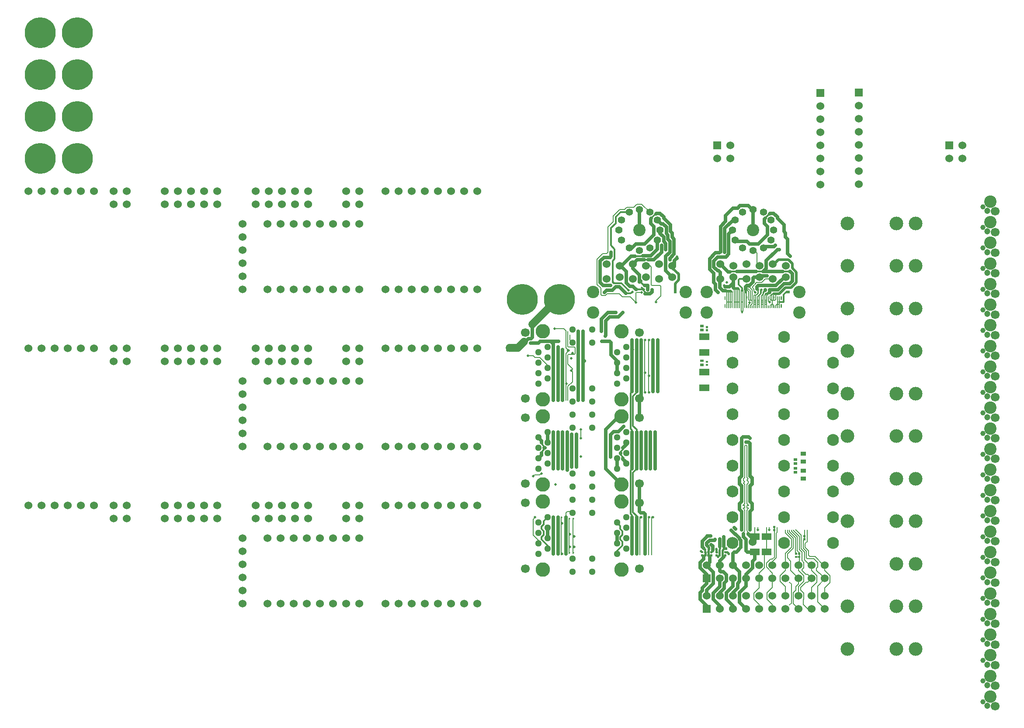
<source format=gbr>
G04 start of page 2 for group 0 idx 0 *
G04 Title: (unknown), top *
G04 Creator: pcb 4.2.0 *
G04 CreationDate: Tue Jul 14 02:55:31 2020 UTC *
G04 For: commonadmin *
G04 Format: Gerber/RS-274X *
G04 PCB-Dimensions (mil): 24000.00 18000.00 *
G04 PCB-Coordinate-Origin: lower left *
%MOIN*%
%FSLAX25Y25*%
%LNTOP*%
%ADD43C,0.1870*%
%ADD42C,0.0354*%
%ADD41C,0.0630*%
%ADD40C,0.0380*%
%ADD39C,0.0886*%
%ADD38C,0.0295*%
%ADD37C,0.0492*%
%ADD36C,0.0197*%
%ADD35C,0.0787*%
%ADD34C,0.0350*%
%ADD33C,0.0118*%
%ADD32C,0.0100*%
%ADD31C,0.0240*%
%ADD30C,0.0551*%
%ADD29C,0.2362*%
%ADD28C,0.0512*%
%ADD27C,0.1102*%
%ADD26C,0.0906*%
%ADD25C,0.0001*%
%ADD24C,0.1043*%
%ADD23C,0.0472*%
%ADD22C,0.0669*%
%ADD21C,0.0394*%
%ADD20C,0.0945*%
%ADD19C,0.0600*%
%ADD18C,0.0130*%
%ADD17C,0.0140*%
%ADD16C,0.0180*%
%ADD15C,0.0200*%
%ADD14C,0.0160*%
%ADD13C,0.0120*%
%ADD12C,0.0250*%
%ADD11C,0.0060*%
G54D11*X620500Y331000D02*X623500Y334000D01*
X625000D01*
Y329500D02*Y332000D01*
Y334000D02*X626500Y335500D01*
X625000Y332000D02*X628000Y335000D01*
X635000Y325500D02*Y338500D01*
X639000Y325500D02*Y332500D01*
X645000Y325500D02*Y329500D01*
X645500Y330000D01*
Y335776D02*X643000D01*
Y338138D02*X642500Y338638D01*
X645500Y330000D02*Y339000D01*
X644000Y340500D01*
X635000Y338500D02*X639500Y343000D01*
X636500Y338000D02*X641000Y342500D01*
Y350000D01*
X639000Y332500D02*X636500Y335000D01*
Y338000D01*
X639500Y343000D02*Y349500D01*
X642500Y350500D02*Y338638D01*
X644000Y340500D02*Y351000D01*
X645500Y341500D02*Y351500D01*
X647000Y342000D02*Y352500D01*
X648500Y342500D02*Y348138D01*
X649500Y349138D01*
X650000Y343000D02*Y346000D01*
X651500Y347500D01*
X638000Y355000D02*X642500Y350500D01*
X644000Y351000D02*X639500Y355500D01*
Y349500D02*X635000Y354000D01*
X641000Y350000D02*X636500Y354500D01*
X645500Y351500D02*X641000Y356000D01*
X647000Y352500D02*X643000Y356500D01*
X635000Y354000D02*Y356500D01*
X636500Y354500D02*Y356500D01*
X638000Y355000D02*Y356500D01*
X639500Y355500D02*Y356500D01*
X641000Y356000D02*Y356500D01*
X649500Y349138D02*Y356500D01*
X651500Y347500D02*Y356500D01*
X642500D02*X643000D01*
G54D12*X608000D02*Y370500D01*
X609500Y372000D01*
Y376500D01*
X601500Y370500D02*Y356500D01*
Y370500D02*X600000Y372000D01*
Y376500D02*Y372000D01*
G54D11*X605500Y356000D02*Y371500D01*
X604000Y356000D02*Y371500D01*
Y373000D02*Y375000D01*
X602500D01*
X604000Y376500D01*
G54D12*X608000Y378000D02*Y390000D01*
G54D11*X605500Y376500D02*Y391000D01*
X604000Y376500D02*Y391000D01*
G54D12*X601500Y390000D02*Y378000D01*
Y390000D02*X600000Y391500D01*
G54D11*X604000Y391000D02*X603000Y392000D01*
X604000Y393000D01*
X603000Y394000D01*
G54D12*X600000Y396000D02*Y391500D01*
Y396000D02*X601500Y397500D01*
G54D11*X603000Y395500D02*X604000Y396500D01*
X603000Y394000D02*Y395500D01*
G54D12*X608000Y390000D02*X609500Y391500D01*
G54D11*X605500Y391000D02*X606500Y392000D01*
G54D12*X609500Y391500D02*Y396000D01*
X608000Y397500D01*
G54D11*X606500Y395500D02*X605500Y396500D01*
X606500Y395500D02*X605500Y394500D01*
X606500Y393500D01*
Y392000D01*
G54D12*X601500Y397500D02*Y426500D01*
X608000Y397500D02*Y422500D01*
G54D11*X604000Y420500D02*X604500Y421000D01*
X605000D01*
X605500Y420500D01*
G54D12*X601500Y426500D02*X602500Y427500D01*
X607000D01*
X608000Y426500D01*
Y422500D02*X607000Y423500D01*
X605000D01*
G54D11*X604000Y396500D02*Y420500D01*
X605500Y396500D02*Y420500D01*
G54D12*X609500Y376500D02*X608000Y378000D01*
X600000Y376500D02*X601500Y378000D01*
G54D11*X605500Y371500D02*X607000Y373000D01*
X605500D01*
Y375000D01*
X607000D01*
X605500Y376500D01*
X604000Y371500D02*X602500Y373000D01*
X604000D01*
G54D12*X575000Y322300D02*X570000Y327300D01*
X575000Y329000D02*X580000Y324000D01*
Y315500D01*
X575000Y322300D02*Y315500D01*
X570000Y327300D02*Y331500D01*
X577300Y331800D02*X575000Y329500D01*
X570000Y331500D02*X572500Y334000D01*
X575000Y329500D02*Y329000D01*
Y306000D02*Y310500D01*
Y296000D02*Y298500D01*
X580000Y315500D02*X575000Y310500D01*
X570000Y308500D02*X571500Y310000D01*
Y312000D01*
X575000Y315500D01*
Y298500D02*X570000Y303500D01*
Y308500D01*
X580000Y303500D02*Y308000D01*
X585000Y296000D02*Y298500D01*
X580000Y303500D01*
X595000Y296000D02*Y298500D01*
X588250Y315750D02*X590000Y317500D01*
Y322000D01*
X587500Y324500D01*
X585000Y325000D02*X585500Y324500D01*
X587500D01*
X585000Y319500D02*Y313000D01*
Y306000D02*Y308500D01*
X580000Y308000D02*X585000Y313000D01*
Y308500D02*X588250Y311750D01*
Y315750D01*
X595000Y298500D02*X590000Y303500D01*
Y308500D01*
X595000Y306000D02*Y308500D01*
X600000D02*Y301000D01*
X605000Y296000D01*
X590000Y308500D02*X595000Y313500D01*
Y319500D01*
Y308500D02*X598500Y312000D01*
Y315500D01*
X600000Y317000D01*
X605000Y322500D02*Y313500D01*
X600000Y308500D01*
Y317000D02*Y324500D01*
X595000Y329500D01*
X605000Y340500D02*X606000Y339500D01*
X605000Y349000D02*Y340500D01*
X603000Y351000D02*X605000Y349000D01*
X603000Y353500D02*Y351000D01*
X601000Y348500D02*X600000Y349500D01*
Y350000D01*
X597000Y353000D01*
Y357000D02*X596000Y358000D01*
X597000Y353000D02*X596500D01*
X593500Y356000D01*
X601000Y348500D02*Y343000D01*
X597500Y339500D01*
X596000D01*
X595000Y338500D01*
Y329500D01*
G54D11*X606000Y355000D02*X606500Y354500D01*
X603500Y355000D02*X603000Y354500D01*
X603500Y355500D02*Y355000D01*
X604000Y356000D02*X603500Y355500D01*
X606000D02*Y355000D01*
X605500Y356000D02*X606000Y355500D01*
G54D12*X608190Y351310D02*X606500Y353000D01*
Y353500D01*
X611500Y351310D02*X608190D01*
X610000Y347000D02*X611500Y348500D01*
Y351310D01*
G54D11*Y358500D01*
X614000Y356500D02*Y358500D01*
X620500Y339500D02*Y358500D01*
X622500Y356500D02*Y358500D01*
X626500Y335500D02*Y358500D01*
X628000Y335000D02*Y354000D01*
X628500Y354500D01*
Y358500D01*
X576100Y337000D02*X576600D01*
G54D13*X576100Y339362D02*Y337000D01*
G54D11*X576600D02*X577300Y336300D01*
X571500Y337000D02*X572500Y336000D01*
X573800Y337000D02*X573500D01*
X572500Y336000D01*
G54D12*Y334000D02*Y336000D01*
G54D11*X578400Y337000D02*X578100D01*
G54D13*X578400D02*X578300D01*
G54D11*X578100D02*X577300Y336200D01*
G54D13*X578300Y337000D02*X577300Y336000D01*
G54D12*Y331800D01*
G54D14*X576100Y339400D02*Y337000D01*
G54D12*X588000Y335900D02*Y335700D01*
G54D13*X589100Y337000D02*X588000Y335900D01*
X586900Y337000D02*X588000Y335900D01*
G54D12*X585000Y332900D02*X588000Y335900D01*
G54D13*X584700Y337000D02*X583600Y335900D01*
G54D12*X585000Y325000D02*Y332900D01*
G54D14*X576100Y339362D02*Y339900D01*
X576500Y341800D02*X576200Y341500D01*
Y340300D01*
X576100Y340200D01*
Y339800D01*
X578400Y339362D02*X579500Y340462D01*
Y341000D01*
G54D12*X578400Y345200D02*X579500Y344100D01*
Y341100D01*
G54D14*X576500Y341800D02*Y342200D01*
G54D15*Y341800D02*Y343000D01*
X575600Y343900D01*
G54D13*X582500Y337000D02*X583600Y335900D01*
G54D14*X582500Y339362D02*X582400Y339462D01*
Y341700D01*
G54D16*X582300Y341600D01*
Y339400D01*
X582400Y339300D01*
G54D13*X584700Y339362D02*Y337000D01*
G54D17*Y341000D02*X584800Y341100D01*
G54D18*X584700Y339400D02*Y341000D01*
G54D14*Y337000D02*Y340800D01*
X591500Y338000D02*Y338500D01*
X590638Y339362D01*
X589100D01*
X588000Y342000D02*X589700D01*
X586900Y340900D02*X588000Y342000D01*
G54D17*X584800Y341100D02*Y342400D01*
G54D14*Y342700D01*
G54D16*Y343100D01*
G54D14*Y342800D02*Y343900D01*
G54D12*Y349300D01*
G54D13*X586900Y337000D02*Y339362D01*
G54D14*Y337000D02*Y339400D01*
Y339300D02*Y340900D01*
G54D17*X589700Y342000D02*X588000Y343700D01*
G54D12*Y351000D01*
G54D13*X573800Y339362D02*Y337000D01*
G54D14*Y339300D01*
X573700Y341000D02*Y341300D01*
G54D17*X571500Y339300D02*X570700Y340100D01*
X570600D01*
G54D16*X573700Y341000D02*Y341500D01*
X572700Y342500D01*
X572500D01*
G54D12*X571600Y343400D01*
Y347800D01*
X575000Y351200D01*
X574800Y351000D02*X575400Y351600D01*
X575500Y344000D02*X574800Y344700D01*
Y346400D01*
Y346300D02*X575000D01*
X577100Y348400D01*
X580800D01*
X581400Y349000D01*
X575400Y351600D02*X578000D01*
G54D11*X619000Y327500D02*Y338000D01*
X620500Y339500D01*
G54D12*X610000Y332500D02*X611500Y334000D01*
Y339500D01*
G54D11*X620500Y328000D02*Y331000D01*
X615000Y323500D02*X619000Y327500D01*
G54D12*X605000Y322500D02*X610000Y327500D01*
Y332500D01*
X606000Y339500D02*X611500D01*
G54D11*X615000Y323500D02*Y312000D01*
X625000Y312500D02*Y323500D01*
X620500Y328000D01*
X615000Y312000D02*X611000Y308000D01*
Y303500D01*
X615000Y299500D01*
Y296000D01*
X625000D02*Y299500D01*
X621000Y303500D01*
Y308500D01*
X625000Y312500D01*
X635000Y306000D02*Y313000D01*
X631000Y317000D01*
Y321500D01*
X635000Y325500D01*
X645000Y319500D02*X639000Y325500D01*
X649000Y317000D02*Y321500D01*
X645000Y325500D01*
X638000Y316500D02*X639500Y315000D01*
X645000Y313000D02*X649000Y317000D01*
X645000Y319500D02*Y315000D01*
X643000Y313000D01*
X650500Y322500D02*X647500Y325500D01*
X645000Y306000D02*Y313000D01*
X643000D02*Y310500D01*
X649000Y308000D02*X646500Y310500D01*
Y312500D01*
X650500Y316500D01*
X643000Y310500D02*X641000Y308500D01*
Y300000D01*
X639500Y315000D02*Y300500D01*
X638000Y299000D01*
X641000Y300000D02*X645000Y296000D01*
X655000D02*X652000D01*
X648500Y299500D01*
Y303000D01*
X665000Y296000D02*X659500Y301500D01*
X648500Y303000D02*X649000Y303500D01*
Y308000D01*
X659500Y301500D02*Y313500D01*
X665000Y306000D02*Y312000D01*
X652000Y316500D02*X650500D01*
X665000Y319500D02*Y319000D01*
X659500Y313500D02*X665000Y319000D01*
Y312000D02*X669000Y316000D01*
Y321500D01*
X655000Y306000D02*Y312500D01*
X659000Y316500D01*
Y321500D01*
X655000Y325500D01*
Y319500D02*X653500D01*
X655000D02*X652000Y316500D01*
X655000Y319500D02*X652000Y322500D01*
X650500D01*
X653500Y329500D02*X649500Y333500D01*
X656500Y334500D02*X651500D01*
X651000Y335000D01*
X657500Y336000D02*X653500D01*
X652500Y337000D01*
X660500Y323500D02*X658500Y325500D01*
X660500Y323500D02*X661000D01*
X665000Y319500D01*
X669000Y321500D02*X665000Y325500D01*
X655000D02*Y329500D01*
X653500D01*
X658500Y325500D02*Y327000D01*
X665000Y325500D02*Y329500D01*
X664000D01*
X658500Y327000D02*X659500Y328000D01*
Y331500D01*
X656500Y334500D01*
X664000Y329500D02*X657500Y336000D01*
X647500Y325500D02*Y326000D01*
X649000Y327500D01*
Y331500D01*
X647500Y333000D01*
Y339500D01*
X645500Y341500D01*
X649500Y333500D02*Y339500D01*
X647000Y342000D01*
X651000Y335000D02*Y340000D01*
X648500Y342500D01*
X652500Y340500D02*X650000Y343000D01*
X652500Y337000D02*Y340500D01*
G54D12*X477000Y455500D02*Y508000D01*
X480500D02*Y455500D01*
X481500Y485500D02*X480500Y486500D01*
Y487000D01*
X481500Y485500D02*X480500Y484500D01*
Y484000D01*
G54D11*X474500Y491000D02*Y495500D01*
X474000Y496000D01*
X469500D01*
X469000Y496500D01*
Y508000D01*
X472500Y491500D02*X471500Y490500D01*
X471000D01*
X472500Y491500D02*X473500Y490500D01*
X474000D01*
X472480Y499504D02*X470500Y501484D01*
Y505000D01*
X471000Y505500D01*
G54D12*X501000Y500500D02*X495000D01*
G54D17*X423000Y493500D02*X424500Y495000D01*
G54D19*Y495500D02*X431000D01*
X435500Y500000D01*
G54D17*X424500Y495000D02*Y495500D01*
G54D12*X448000Y500500D02*X446500Y499000D01*
X458000Y498500D02*X456000Y500500D01*
X448000D02*X456000D01*
X462000D02*X455500D01*
X458000Y497000D02*Y500500D01*
X446500Y499000D02*X440500D01*
X442000Y503500D02*X440750Y502250D01*
X438750D01*
X437000Y500500D01*
G54D11*X471500Y478000D02*X472500Y479000D01*
Y479500D01*
X469000Y483000D01*
X471500Y487500D02*X471000D01*
X469000Y483000D02*Y490000D01*
X469500Y490500D01*
X474000D01*
X474500Y491000D01*
G54D12*X458000Y455500D02*Y498500D01*
X461500Y455500D02*Y496000D01*
X465000Y455500D02*Y494000D01*
G54D11*X467500Y495500D02*Y508500D01*
X466000Y510000D01*
X469000Y466000D02*X472500Y469500D01*
X469000Y455500D02*Y466000D01*
X468000Y468000D02*X467500Y468500D01*
X468000Y468000D02*X467500Y467500D01*
Y466500D01*
X471500Y478000D02*X472500Y477000D01*
X467500Y468500D02*Y469000D01*
Y455500D02*Y491000D01*
X468500Y494500D02*X467500Y495500D01*
X468500Y492000D02*Y494500D01*
X467500Y491000D02*X468500Y492000D01*
X469500Y493500D02*X468500Y492500D01*
Y492000D01*
X469500Y493500D02*X468000Y495000D01*
G54D19*X457783Y532283D02*X462598D01*
G54D11*X466000Y510000D02*X459000D01*
G54D19*X462598Y532283D02*X460783D01*
X442000Y513500D02*X460000Y531500D01*
X462500D01*
G54D12*X442000Y513500D02*Y503500D01*
G54D11*X438500Y489500D02*X442500D01*
X444000Y488000D01*
X447500D01*
X453543Y481957D01*
G54D12*X494500Y508000D02*Y517500D01*
X499500Y522500D01*
X497500Y504500D02*X498000Y505000D01*
Y516000D01*
X501000Y519000D01*
X518000Y501500D02*Y462000D01*
X521500Y501500D02*Y462000D01*
G54D13*Y461300D02*Y463400D01*
G54D11*X527500Y461500D02*Y501500D01*
Y473000D02*Y473500D01*
Y472000D02*Y471500D01*
X530500Y461500D02*Y501500D01*
Y470500D02*Y471000D01*
Y469500D02*Y469000D01*
G54D12*X534000Y501500D02*Y462000D01*
X537500D02*Y501500D01*
X525000D02*Y458283D01*
X502000Y499500D02*X501000Y500500D01*
X506457Y483992D02*Y475961D01*
Y484043D02*Y485543D01*
X502000Y490000D01*
Y499500D01*
X506457Y475961D02*X506496Y476000D01*
X499500Y522500D02*X505500D01*
X501000Y519000D02*X507500D01*
X511000Y522500D01*
X498622Y539567D02*X496850Y537795D01*
X502953Y539567D02*X498622D01*
G54D11*X494094Y536220D02*Y540945D01*
X494882Y535433D02*X494094Y536220D01*
X497638Y535433D02*X494882D01*
X498819Y536614D02*X497638Y535433D01*
X508268Y536614D02*X498819D01*
G54D12*X505512Y542126D02*X503150Y539764D01*
X513386Y537008D02*X508268Y542126D01*
G54D17*X515354Y539370D02*X509843Y544882D01*
G54D11*X510630Y534252D02*X508268Y536614D01*
X516535Y534252D02*X510630D01*
X520866Y529921D02*X516535Y534252D01*
G54D17*X516929Y537008D02*X513386D01*
X518110Y538189D02*X516929Y537008D01*
G54D11*X520866Y537402D02*Y529921D01*
G54D12*Y540157D02*X518504Y542520D01*
X521260Y540157D02*X520866D01*
G54D11*X521260Y537795D02*X520866Y537402D01*
X536220Y531496D02*Y530315D01*
X539764Y535039D02*X536220Y531496D01*
X539764Y542520D02*Y535039D01*
G54D13*X525787Y540748D02*X525591Y540945D01*
X526181Y540748D02*X525787D01*
Y541142D02*X525394Y541535D01*
X525984Y540945D02*X526772Y540157D01*
X525984D02*X522047D01*
X528346Y537795D02*X525984Y540157D01*
X526772D02*X527165D01*
G54D12*X529921Y542913D02*X527559D01*
X529921Y539764D02*Y542913D01*
X531496Y536614D02*X527953D01*
G54D13*X528346D02*Y537795D01*
G54D12*X533071Y538189D02*X531496Y536614D01*
X533071Y539764D02*Y538189D01*
G54D11*X525197Y537795D02*X521260D01*
X472500Y477000D02*Y469500D01*
G54D12*X472000Y404500D02*Y429500D01*
X475500D02*Y404500D01*
G54D17*X451000Y420000D02*Y418000D01*
G54D12*Y419000D02*X451484D01*
X451492Y418992D01*
G54D11*X453543Y479976D02*Y481957D01*
X479000Y426500D02*Y433000D01*
G54D12*X506457Y402929D02*Y410961D01*
G54D17*X509500Y416500D02*X511500Y418500D01*
X509500Y416500D02*Y413500D01*
X511500Y411500D01*
G54D12*X509100Y415100D02*Y414900D01*
X513543Y407957D02*X511000Y410500D01*
Y411000D01*
X501500Y412000D02*Y429000D01*
X504000Y431500D01*
X507500D01*
X511500Y435500D01*
X507969Y442969D02*X498000Y433000D01*
Y403000D01*
X513543Y423008D02*Y421543D01*
X518000Y431000D02*Y403000D01*
X521500Y431000D02*Y403000D01*
X525000D02*Y431000D01*
X528500D02*Y403000D01*
X532000D02*Y431000D01*
X535500D02*Y403000D01*
G54D13*X518600Y400100D02*X521500Y403000D01*
G54D12*X513543Y421543D02*X511000Y419000D01*
G54D13*X516800Y433700D02*X518000Y432500D01*
Y431000D01*
G54D12*X510000Y442969D02*X507969D01*
G54D13*X516800Y442900D02*Y442700D01*
X518700Y458500D02*X521500Y461300D01*
X516800Y460800D02*X518000Y462000D01*
X516800Y460800D02*Y433700D01*
X518700Y458500D02*Y435800D01*
X521500Y433000D01*
Y431000D01*
G54D12*X525000Y458283D02*X523504Y456787D01*
Y442181D01*
X458000Y431000D02*Y403000D01*
X461500Y431000D02*Y403000D01*
X465000Y431000D02*Y403000D01*
X468500D02*Y431000D01*
X453543Y423008D02*Y431039D01*
X468500Y402000D02*Y404500D01*
G54D17*X449500Y421500D02*X451000Y420000D01*
X449500Y421500D02*Y423000D01*
G54D12*X446457Y427024D02*X449000Y424480D01*
Y423000D01*
G54D17*X451000Y418000D02*X449500Y416500D01*
Y415000D01*
G54D12*X446457Y410961D02*X449000Y413504D01*
Y415000D01*
G54D11*Y399500D02*X448500D01*
X447500Y398500D01*
X443500D01*
X442500Y397500D01*
G54D12*X513543Y406945D02*Y407957D01*
G54D13*X516800Y391100D02*Y390900D01*
X518600Y391100D02*Y390900D01*
X516800Y391000D02*Y401800D01*
X518000Y403000D01*
X518600Y391000D02*Y400100D01*
G54D12*X498000Y403000D02*X510000Y391000D01*
X461500Y366000D02*Y338000D01*
G54D11*X464000Y366500D02*Y337500D01*
X464500Y338000D02*X464000Y338500D01*
Y339500D01*
X464500Y338000D02*X464000Y337500D01*
Y361000D02*Y360500D01*
G54D12*X458000Y366000D02*Y338000D01*
G54D11*X464000Y365500D02*Y364500D01*
X464500Y361500D02*X464000Y362000D01*
Y362500D01*
X464500Y361500D02*X464000Y361000D01*
X464500Y366000D02*X464000Y366500D01*
X464500Y366000D02*X464000Y365500D01*
X473500Y365000D02*X473000Y365500D01*
X473500Y365000D02*X473000Y364500D01*
Y364000D01*
G54D12*X453543Y358008D02*Y349976D01*
G54D13*Y341945D02*Y344457D01*
X449000Y349000D01*
Y351000D01*
X450500Y352500D01*
G54D11*X446457Y345961D02*Y348543D01*
X442500Y352500D01*
G54D13*X450500D02*Y355500D01*
X449000Y357000D01*
Y359000D01*
X450500Y360500D01*
G54D11*X442500Y352500D02*Y364500D01*
X444000Y366000D01*
G54D13*X450500Y360500D02*Y362996D01*
X453543Y366039D01*
G54D12*X467500Y338000D02*Y366000D01*
G54D11*X470500Y339000D02*X470000Y338500D01*
X470500Y339000D02*X470000Y339500D01*
X470500Y343500D02*X470000Y344000D01*
X470500Y353000D02*X470000Y353500D01*
Y354000D01*
X470500Y353000D02*X470000Y352500D01*
Y352000D01*
X467500Y366000D02*Y369500D01*
X468500Y370500D01*
X471484D02*X468500D01*
X470000Y338500D02*Y365500D01*
X470500Y365000D02*X470000Y365500D01*
X470500Y365000D02*X470000Y364500D01*
Y364000D01*
X473000Y365500D02*Y338500D01*
X474000Y351500D02*X473000Y352500D01*
Y353000D01*
X474000Y351500D02*X473000Y350500D01*
Y350000D01*
X474000Y343500D02*X473000Y342500D01*
X473500Y339000D02*X473000Y338500D01*
X473500Y339000D02*X473000Y339500D01*
Y340000D01*
X470000Y339500D02*Y340000D01*
Y344000D02*Y344500D01*
X470500Y343500D02*X470000Y343000D01*
X474000Y343500D02*X473000Y344500D01*
Y345000D01*
X472480Y369504D02*X471484Y370500D01*
G54D12*X518000Y366000D02*Y338000D01*
X521500Y366000D02*Y338000D01*
G54D11*X524000Y366500D02*Y337500D01*
X530500Y366000D02*Y337500D01*
X533000Y366000D02*Y337500D01*
Y366500D02*Y365000D01*
Y365500D02*Y365000D01*
G54D13*X521500Y367000D02*Y366000D01*
G54D12*X528000Y338000D02*Y368500D01*
G54D11*X525000Y366000D02*X524000Y365000D01*
Y364500D01*
X525000Y366000D02*X524500D01*
X524000Y366500D01*
X531000Y366000D02*X530500Y366500D01*
Y365000D01*
Y365500D01*
X531000Y366000D01*
X534000D02*X533500D01*
X533000Y366500D01*
X533500Y366000D02*X533000Y365500D01*
G54D12*X506457Y345961D02*Y353992D01*
G54D13*X510500Y347500D02*X509000Y349000D01*
Y351000D01*
X510500Y352500D01*
X506457Y337929D02*Y340457D01*
X510500Y344500D01*
Y347500D01*
Y352500D02*Y355500D01*
X509000Y357000D01*
Y359480D01*
X506457Y362024D01*
X516800Y391100D02*Y368700D01*
X518000Y367500D01*
Y366000D01*
X518600Y391900D02*Y369900D01*
X521500Y367000D01*
G54D12*X528000Y368500D02*X527000Y369500D01*
X524500D01*
X523500Y370500D01*
Y377177D01*
X523504Y377181D01*
Y391787D01*
X517913Y571850D02*X515748D01*
X520866Y574803D02*X517913Y571850D01*
X527559Y574803D02*X520866D01*
G54D11*X499606Y587795D02*Y568504D01*
G54D17*X501969Y573622D02*Y587008D01*
X504724Y570866D02*X501969Y573622D01*
G54D12*X534646Y581890D02*X527559Y574803D01*
X534646Y588189D02*Y581890D01*
X526378Y565748D02*X532283D01*
G54D17*X526378D02*X525984Y565354D01*
G54D12*X530315Y562598D02*X534646D01*
G54D11*X531834Y557930D02*X528610D01*
G54D12*X532283Y590551D02*X534646Y588189D01*
X532283Y593898D02*Y590551D01*
X532677Y594291D02*X532283Y593898D01*
G54D17*X536024Y597638D02*X532677Y594291D01*
X536220Y597638D02*X536024D01*
G54D12*X536614Y598031D02*X536220Y597638D01*
X539370Y598031D02*X536614D01*
X539370D02*X542126Y595276D01*
Y594488D02*X547244Y589370D01*
X542126Y595276D02*Y594488D01*
X544094Y587795D02*X541732Y590157D01*
X540354D02*X537402Y593110D01*
X541732Y590157D02*X540354D01*
X539370Y582677D02*Y585433D01*
X542126Y579921D02*X539370Y582677D01*
X542126Y576772D02*Y579921D01*
X547244Y584252D02*Y589370D01*
X548425Y583071D02*X547244Y584252D01*
X548425Y579921D02*Y583071D01*
X550000Y578346D02*X548425Y579921D01*
X544094Y582677D02*Y587795D01*
X545276Y581496D02*X544094Y582677D01*
X545276Y578346D02*Y581496D01*
X546850Y576772D02*X545276Y578346D01*
G54D11*X503543Y591732D02*X499606Y587795D01*
G54D17*X501969Y587008D02*X505512Y590551D01*
G54D11*X503543Y596063D02*Y591732D01*
G54D17*X505512Y590551D02*Y595276D01*
G54D11*X508661Y601181D02*X503543Y596063D01*
X512205Y601181D02*X508661D01*
X513780Y602756D02*X512205Y601181D01*
G54D12*X523622D02*Y585433D01*
G54D11*X519291Y602756D02*X513780D01*
X521654Y605118D02*X519291Y602756D01*
X525394Y605118D02*X521654D01*
X531496Y599016D02*X525394Y605118D01*
G54D17*X509252Y599016D02*X515748D01*
X505512Y595276D02*X509252Y599016D01*
X527559Y562598D02*X529921D01*
G54D12*X527165D02*X521779D01*
X509898Y557930D02*X508610D01*
X517323Y565354D02*X509898Y557930D01*
X520079Y565354D02*X517323D01*
G54D17*X525984D02*X520079D01*
G54D12*X518610Y559430D02*X521779Y562598D01*
X523622Y546457D02*X524409D01*
G54D13*X527165Y542913D02*X523622Y546457D01*
G54D12*Y551181D02*Y545669D01*
X518610Y556193D02*Y559430D01*
X523622Y551181D02*X518610Y556193D01*
G54D11*X491339Y562992D02*Y543701D01*
G54D12*X493701Y561811D02*Y545276D01*
G54D11*X494094Y540945D02*X491339Y543701D01*
G54D12*X508268Y542126D02*X505512D01*
X496063Y542913D02*X501575D01*
X493701Y545276D02*X496063Y542913D01*
G54D17*X509843Y544882D02*X503937D01*
G54D11*X495669Y567323D02*X491339Y562992D01*
G54D12*X496457Y564567D02*X493701Y561811D01*
G54D11*X498425Y567323D02*X495669D01*
X499606Y568504D02*X498425Y567323D01*
G54D17*X504724Y563386D02*Y570866D01*
X503150Y561811D02*X504724Y563386D01*
G54D12*X501181Y564567D02*X496457D01*
G54D17*X503150Y545669D02*Y561811D01*
X503937Y544882D02*X503150Y545669D01*
G54D12*X551969Y563780D02*X550394Y562205D01*
X552362Y563780D02*X551969D01*
G54D17*X552362Y564961D02*Y563780D01*
G54D12*X550394Y559713D02*Y562205D01*
X548610Y557930D02*X550394Y559713D01*
G54D15*X548610Y557930D02*Y556508D01*
G54D12*X550000Y566929D02*Y578346D01*
X546850Y563780D02*X550000Y566929D01*
X546850Y568504D02*Y576772D01*
Y562598D02*Y563780D01*
X543701Y554339D02*Y565354D01*
X546850Y568504D01*
X534646Y562598D02*X540551Y568504D01*
X532283Y565748D02*X537402Y570866D01*
G54D11*X532677Y557087D02*X531834Y557930D01*
X532677Y553937D02*Y557087D01*
G54D12*X540551Y573622D02*Y568504D01*
X543701Y575197D02*X542126Y576772D01*
X543701Y570472D02*Y575197D01*
X537402Y570866D02*Y577756D01*
X548610Y549430D02*X543701Y554339D01*
G54D15*X550787Y544488D02*Y538189D01*
X553543Y547244D02*X550787Y544488D01*
X553543Y551575D02*Y547244D01*
X548610Y556508D02*X553543Y551575D01*
G54D11*X539370Y542913D02*X539764Y542520D01*
X533071Y542913D02*X539370D01*
X532677Y553862D02*Y543307D01*
X533071Y542913D02*X532677Y543307D01*
G54D12*X501969Y565354D02*X501181Y564567D01*
X501969Y568504D02*Y565354D01*
X509393Y557930D02*X508610D01*
X513583Y553740D02*X509393Y557930D01*
X513583Y545079D02*Y553740D01*
X516142Y542520D02*X513583Y545079D01*
X518504Y542520D02*X516142D01*
X585224Y559430D02*X591110Y553543D01*
X583268Y564764D02*X589567D01*
X591732Y566929D01*
X583858Y554331D02*X585224Y552965D01*
X591110Y553543D02*X592520D01*
G54D13*X592638Y553661D01*
G54D12*X577165Y555512D02*Y563386D01*
X580315Y552362D02*X577165Y555512D01*
Y563386D02*X581693Y567913D01*
X584449D01*
X585433Y568898D01*
X580315Y561811D02*X583268Y564764D01*
X580315Y561811D02*Y557087D01*
X583071Y554331D01*
X583858D01*
X591732Y566929D02*Y582283D01*
X588583Y586614D02*Y568504D01*
X585433Y568898D02*Y588189D01*
X591732Y582283D02*X594488Y585039D01*
Y585433D01*
X596457Y593110D02*X595079D01*
X588583Y586614D01*
X585433Y588189D02*X589370Y592126D01*
X607480Y574803D02*X605709Y576575D01*
X597244D01*
X596457Y577362D01*
Y577756D01*
X589370Y592126D02*Y596457D01*
X594882Y601969D01*
X598425D01*
X600394Y603937D01*
X606693D01*
X609449Y601181D01*
X610236D01*
Y585433D01*
G54D11*X594370Y530315D02*X590236D01*
X592992Y526378D02*Y537717D01*
X591614Y526378D02*Y537913D01*
X594094Y538189D02*X589370D01*
X594370Y537913D02*X594094Y538189D01*
X592992Y537717D02*X592520Y538189D01*
X591614Y537913D02*X591339Y538189D01*
X590236Y538110D02*X590157Y538189D01*
X590236Y526378D02*Y538110D01*
G54D17*X593307Y538976D02*X589370D01*
G54D11*X595748Y530315D02*X599882D01*
X594370Y526378D02*Y537913D01*
X599882Y526378D02*Y539882D01*
X598504Y526378D02*Y539685D01*
X597126Y526378D02*Y539882D01*
X595748Y526378D02*Y540079D01*
G54D17*X601772Y539961D02*Y541142D01*
X599213Y543701D01*
G54D11*X601260Y539449D02*X601575Y539764D01*
X602638Y539488D02*X602362Y539764D01*
X601575D01*
X601260Y530315D02*X602638D01*
X604016Y526378D02*Y539055D01*
X602638Y539488D02*Y523504D01*
X601260Y539449D02*Y523543D01*
X602638Y523504D02*X602362Y523228D01*
X601260Y523543D02*X601575Y523228D01*
X602362D01*
G54D17*X601969D02*Y522441D01*
G54D11*X605394Y539094D02*Y526378D01*
X608150Y539094D02*Y532008D01*
X606772Y538504D02*Y533858D01*
X609567D02*X609547Y533878D01*
Y539665D01*
X609567Y533858D02*Y531929D01*
X609449Y531811D01*
Y529134D01*
X608858Y528543D01*
X608425Y528150D02*X608780Y528504D01*
X608819D01*
X609016Y528701D01*
X608189Y526772D02*Y528071D01*
X608268Y528150D01*
X608425D01*
G54D17*X594094Y538189D02*X593307Y538976D01*
G54D11*X599606Y540157D02*X599882Y539882D01*
X598504Y539685D02*X598031Y540157D01*
X597126Y539882D02*X596850Y540157D01*
X599606D02*X595669D01*
G54D17*X598819Y540945D02*X595669D01*
G54D12*X595224Y541390D01*
G54D11*X595748Y540079D02*X595669Y540157D01*
G54D12*X595224Y541390D02*Y549430D01*
X592126Y542126D02*X595224Y545224D01*
Y549430D01*
G54D17*X599606Y540157D02*X598819Y540945D01*
X599213Y543701D02*Y547244D01*
X599898Y547930D01*
X605224D01*
G54D11*X604016Y539055D02*X604331Y539370D01*
X605394Y539094D02*X605118Y539370D01*
X604331D01*
G54D12*X604724Y542126D02*X605512Y542913D01*
G54D13*X592638Y553661D02*X597992D01*
G54D12*X612717D01*
X588976Y542126D02*X592126D01*
G54D17*X588189Y542913D02*X588976Y542126D01*
G54D12*X585039Y547745D02*Y541339D01*
X587402Y538976D01*
X589370D02*X587402D01*
X585224Y547930D02*X585039Y547745D01*
X585224Y547930D02*Y552571D01*
Y552965D02*Y552362D01*
X583465Y537795D02*X581496Y539764D01*
Y544094D01*
X580315Y545276D01*
Y552362D01*
G54D11*X610906Y526378D02*Y534055D01*
Y530315D02*X612283D01*
X610906Y528740D02*X612283D01*
X610906Y531772D02*X612283D01*
Y526378D02*Y535512D01*
X613661Y526378D02*Y534055D01*
X615039Y526378D02*Y534055D01*
X613661Y530315D02*X615039D01*
X613661Y528740D02*X615039D01*
X613661Y531772D02*X615039D01*
X606772Y526378D02*Y528425D01*
X607874Y529528D01*
X607480Y529921D01*
X608150Y532008D02*X608268Y531890D01*
X606772Y534055D02*Y532205D01*
X607087Y531890D01*
X609528D02*X607087D01*
X612283Y535512D02*X613780Y537008D01*
X610906Y533858D02*Y535709D01*
X611024Y535827D01*
X612598D01*
X612992Y536220D01*
X613386D01*
X614173Y537008D01*
X616417Y526378D02*Y534055D01*
X617795Y526378D02*Y535709D01*
X617913Y535827D01*
X616417Y528740D02*X617795D01*
X616417Y531772D02*X617795D01*
X616417Y530315D02*X617795D01*
X613661Y533976D02*Y534528D01*
X615748Y536614D01*
X615039Y533858D02*Y535512D01*
X616142Y536614D01*
X616417Y533858D02*Y534921D01*
X617520Y536024D01*
Y536417D01*
X617913Y537992D02*Y535827D01*
X618307Y536811D02*X617717Y536220D01*
X618307Y537795D02*X618504D01*
X617520Y536417D02*X617717Y536614D01*
G54D12*X604724Y540157D02*Y542126D01*
G54D11*X606772Y538504D02*X605512Y539764D01*
X608150Y539094D02*X606693Y540551D01*
X605906D01*
X609528Y539685D02*X607480Y541732D01*
X604724D01*
G54D12*X605512Y542913D02*X607480D01*
X610236Y545669D01*
Y548819D01*
G54D11*X609843Y542126D02*Y541339D01*
X611024Y540157D01*
Y538583D02*Y540157D01*
X625224Y547930D02*X619583D01*
X619685Y538976D02*Y539764D01*
G54D12*X627559Y542913D02*X614173D01*
G54D11*X616535Y539764D02*X615748Y538976D01*
X616535Y539764D02*X616142Y539370D01*
X612992Y545276D02*X609843Y542126D01*
G54D12*X614173Y542913D02*X613386Y542126D01*
Y540551D01*
G54D17*X613780Y540157D02*X614173Y539764D01*
G54D11*X611811Y537795D02*X611024Y538583D01*
X613780Y537008D02*Y540157D01*
X614173Y537008D02*Y537402D01*
X613976D02*X614173Y537598D01*
Y539370D01*
X613976Y539567D01*
X615748Y536614D02*Y538976D01*
X616142Y536614D02*Y539370D01*
X616535Y539764D02*Y537402D01*
X616142Y537008D01*
X619685Y539764D02*X617913Y537992D01*
X618307Y538386D02*Y536811D01*
X618504Y537795D02*X619685Y538976D01*
G54D12*Y539764D02*Y539370D01*
X617913Y553661D02*X632756D01*
X635224Y549430D02*X634075D01*
X627559Y542913D01*
X638189Y544488D02*X633858D01*
G54D15*X635039Y541339D02*X639370D01*
G54D12*X629134Y539764D02*X622835D01*
Y537795D01*
G54D15*X622441D01*
X621260Y536614D01*
G54D11*X624803D02*X625591D01*
G54D12*X633858Y544488D02*X629134Y539764D01*
G54D15*X630315Y536614D02*X635039Y541339D01*
X637402Y538189D02*X635827D01*
G54D17*X635630D02*X633661Y536220D01*
G54D11*X628819Y534055D02*Y526378D01*
X630197Y534055D02*Y526378D01*
Y530315D02*X628819D01*
X627441Y526378D02*Y527835D01*
X628819Y529213D01*
Y528740D02*X630197D01*
X626063Y526378D02*Y527874D01*
X625197Y528740D01*
X626063Y532362D02*X625591Y531890D01*
X624803D02*X626772D01*
X620551Y530315D02*X619173D01*
Y528740D02*X620551D01*
X619173Y531772D02*X620551D01*
Y526378D02*Y534055D01*
X619173Y526378D02*Y535315D01*
X620551Y533858D02*Y535512D01*
X621260Y536220D01*
X621063Y536024D02*X621260Y535827D01*
X620866D01*
X619173Y535315D02*X620472Y536614D01*
X619173Y533858D02*Y534528D01*
Y534055D02*Y535709D01*
X619685Y536220D01*
Y537008D01*
X620472D01*
X620079Y536614D01*
X623307Y532598D02*X624016Y531890D01*
X624409D01*
X624803Y531496D01*
X624685Y534055D02*Y532165D01*
X624409Y531890D01*
X624803Y531496D02*Y529134D01*
X621929Y534055D02*Y531220D01*
X622835Y530315D01*
X623307Y532598D02*Y535118D01*
X624803Y536614D01*
X624685Y533976D02*Y535709D01*
X624803Y529134D02*X623307Y527638D01*
X624685Y528465D02*X624409Y528740D01*
X623307Y527638D02*Y526378D01*
X624685D02*Y528465D01*
X625197Y528740D02*X624803D01*
G54D15*X625984Y536614D02*X630315D01*
G54D11*X624685Y535709D02*X625591Y536614D01*
X626063Y535906D02*X626378Y536220D01*
X627441Y536102D02*X627559Y536220D01*
X627441Y532559D02*X626772Y531890D01*
X626063Y532362D02*Y535906D01*
X627441Y532559D02*Y536102D01*
G54D17*X633661Y536220D02*Y530512D01*
X633465Y530315D01*
X630512D01*
G54D12*X610236Y548819D02*X610847Y549430D01*
X615224D01*
G54D11*X619583Y547930D02*X616929Y545276D01*
X612992D01*
X611811Y544094D01*
G54D12*X615224Y549430D02*X616188Y550394D01*
X620866D01*
X617913Y553661D02*X620276Y556024D01*
Y562008D01*
G54D13*X632756Y553661D02*X638346D01*
G54D12*X638465D01*
X640157Y551969D02*Y546457D01*
X638189Y544488D01*
G54D15*X639370Y541339D02*X643307Y545276D01*
Y553150D01*
G54D12*X638465Y553661D02*X640157Y551969D01*
G54D15*X643307Y553150D02*X640157Y556299D01*
Y559843D01*
X637402Y562598D02*X629528D01*
X626359Y559430D01*
X625224D01*
X640157Y559843D02*X637402Y562598D01*
G54D12*X636614Y567323D02*Y578346D01*
G54D17*X638976Y564961D02*X638583Y565354D01*
G54D12*X636614Y567323D01*
Y578346D02*X635039Y579921D01*
Y583071D01*
X633858Y584252D01*
Y589370D01*
X628740Y594488D01*
Y595276D01*
X625984Y598031D01*
X623228D01*
G54D17*X622835Y597638D02*X622638D01*
G54D12*X623228Y598031D02*X622835Y597638D01*
G54D17*X622638D02*X619488Y594488D01*
G54D12*X618898Y593898D01*
Y590551D01*
X621260Y588189D01*
Y581890D01*
X614173Y574803D01*
G54D13*X612717Y553661D02*X617913D01*
G54D11*X615224Y557930D02*Y558004D01*
X613386Y559843D01*
Y567717D01*
X611417Y569685D01*
X610236D01*
G54D12*X618110Y571850D02*X619094Y572835D01*
X614173Y574803D02*X607480D01*
X619094Y572835D02*X626378D01*
X627165Y573622D01*
X630315Y570472D02*X629134D01*
X620276Y562008D02*X628740Y570472D01*
X630315D01*
G54D20*X791339Y229134D03*
G54D21*X785433Y225197D03*
G54D22*X794882Y221654D03*
G54D23*X788976Y222047D03*
G54D20*X791339Y370866D03*
G54D22*X794882Y363386D03*
G54D23*X788976Y363780D03*
G54D21*X785433Y366929D03*
G54D20*X791339Y355118D03*
G54D22*X794882Y347638D03*
G54D23*X788976Y348031D03*
G54D20*X791339Y339370D03*
G54D22*X794882Y331890D03*
G54D23*X788976Y332283D03*
G54D21*X785433Y335433D03*
Y351181D03*
G54D20*X791339Y323622D03*
G54D21*X785433Y319685D03*
G54D22*X794882Y316142D03*
G54D23*X788976Y316535D03*
G54D20*X791339Y307874D03*
G54D22*X794882Y300394D03*
G54D23*X788976Y300787D03*
G54D21*X785433Y303937D03*
G54D20*X791339Y292126D03*
G54D24*X734252Y330453D03*
X719488D03*
X734252Y297953D03*
X719488D03*
Y265453D03*
G54D22*X794882Y284646D03*
G54D23*X788976Y285039D03*
G54D20*X791339Y276378D03*
G54D21*X785433Y272441D03*
Y288189D03*
G54D22*X794882Y268898D03*
G54D23*X788976Y269291D03*
G54D20*X791339Y260630D03*
G54D22*X794882Y253150D03*
G54D23*X788976Y253543D03*
G54D21*X785433Y256693D03*
G54D20*X791339Y244882D03*
G54D22*X794882Y237402D03*
G54D23*X788976Y237795D03*
G54D21*X785433Y240945D03*
G54D20*X791339Y607087D03*
G54D22*X794882Y599606D03*
G54D23*X788976Y600000D03*
G54D21*X785433Y603150D03*
G54D20*X791339Y591339D03*
G54D22*X794882Y583858D03*
G54D23*X788976Y584252D03*
G54D21*X785433Y587402D03*
G54D20*X791339Y465354D03*
G54D22*X794882Y457874D03*
G54D23*X788976Y458268D03*
G54D21*X785433Y461417D03*
G54D20*X791339Y449606D03*
G54D22*X794882Y442126D03*
G54D23*X788976Y442520D03*
G54D21*X785433Y445669D03*
G54D20*X791339Y481102D03*
G54D22*X794882Y473622D03*
G54D23*X788976Y474016D03*
G54D21*X785433Y477165D03*
G54D20*X791339Y496850D03*
G54D22*X794882Y489370D03*
G54D23*X788976Y489764D03*
G54D21*X785433Y492913D03*
G54D20*X791339Y512598D03*
Y528346D03*
G54D22*X794882Y520866D03*
G54D23*X788976Y521260D03*
G54D21*X785433Y524409D03*
G54D22*X794882Y505118D03*
G54D23*X788976Y505512D03*
G54D21*X785433Y508661D03*
G54D20*X791339Y575591D03*
G54D22*X794882Y568110D03*
G54D20*X791339Y559843D03*
G54D21*X785433Y555906D03*
G54D23*X788976Y568504D03*
G54D21*X785433Y571654D03*
G54D22*X794882Y552362D03*
G54D23*X788976Y552756D03*
G54D20*X791339Y544094D03*
G54D22*X794882Y536614D03*
G54D23*X788976Y537008D03*
G54D21*X785433Y540157D03*
G54D20*X791339Y433858D03*
G54D22*X794882Y426378D03*
G54D23*X788976Y426772D03*
G54D21*X785433Y429921D03*
Y414173D03*
G54D20*X791339Y418110D03*
G54D22*X794882Y410630D03*
G54D23*X788976Y411024D03*
G54D20*X791339Y402362D03*
G54D22*X794882Y394882D03*
G54D23*X788976Y395276D03*
G54D20*X791339Y386614D03*
G54D22*X794882Y379134D03*
G54D23*X788976Y379528D03*
G54D21*X785433Y382677D03*
Y398425D03*
G54D24*X734252Y395453D03*
Y427953D03*
Y460453D03*
Y492953D03*
Y525453D03*
Y557953D03*
Y590453D03*
Y265453D03*
Y362953D03*
X719488D03*
Y395453D03*
Y427953D03*
Y460453D03*
Y492953D03*
Y525453D03*
Y557953D03*
Y590453D03*
G54D25*G36*
X757000Y653000D02*Y647000D01*
X763000D01*
Y653000D01*
X757000D01*
G37*
G54D19*X770000Y650000D03*
X760000Y640000D03*
X770000D03*
G54D26*X671260Y484055D03*
Y464370D03*
Y444685D03*
Y425000D03*
Y405315D03*
Y385630D03*
Y365945D03*
Y346260D03*
G54D24*X682087Y330531D03*
Y298031D03*
Y265531D03*
Y363031D03*
Y395531D03*
Y428031D03*
Y460531D03*
Y493031D03*
G54D25*G36*
X580000Y653000D02*Y647000D01*
X586000D01*
Y653000D01*
X580000D01*
G37*
G54D19*X583000Y640000D03*
X593000D03*
Y650000D03*
G54D25*G36*
X688000Y693500D02*Y687500D01*
X694000D01*
Y693500D01*
X688000D01*
G37*
G54D19*X691000Y680500D03*
Y670500D03*
G54D25*G36*
X658500Y693000D02*Y687000D01*
X664500D01*
Y693000D01*
X658500D01*
G37*
G54D19*X661500Y680000D03*
Y670000D03*
X691000Y660500D03*
X661500Y660000D03*
X691000Y650500D03*
X661500Y650000D03*
X691000Y640500D03*
X661500Y640000D03*
X691000Y630500D03*
X661500Y630000D03*
X691000Y620500D03*
X661500Y620000D03*
G54D26*X633858Y503740D03*
Y484055D03*
Y464370D03*
Y444685D03*
Y425000D03*
Y405315D03*
Y385630D03*
X594488Y503740D03*
Y484055D03*
Y464370D03*
Y444685D03*
Y425000D03*
Y405315D03*
Y385630D03*
Y365945D03*
Y346260D03*
G54D19*X595000Y329500D03*
Y319500D03*
X605000D03*
Y329500D03*
X615000Y319500D03*
Y329500D03*
X625000Y319500D03*
X635000D03*
X645000D03*
X655000D03*
X665000D03*
X625000Y329500D03*
X635000D03*
X645000D03*
X655000D03*
X665000D03*
G54D26*X633858Y365945D03*
Y346260D03*
G54D25*G36*
X572000Y299000D02*Y293000D01*
X578000D01*
Y299000D01*
X572000D01*
G37*
G54D19*X585000Y296000D03*
X595000D03*
X575000Y306000D03*
X585000D03*
X595000D03*
X605000D03*
X615000D03*
X625000D03*
G54D25*G36*
X572000Y322500D02*Y316500D01*
X578000D01*
Y322500D01*
X572000D01*
G37*
G54D19*X575000Y329500D03*
X585000Y319500D03*
Y329500D03*
X605000Y296000D03*
X615000D03*
X625000D03*
X635000Y306000D03*
X645000D03*
X655000D03*
X635000Y296000D03*
X645000D03*
X655000D03*
X665000D03*
Y306000D03*
G54D22*X523504Y456787D03*
Y507181D03*
Y442181D03*
G54D27*X510000Y507969D03*
G54D28*X487520Y509543D03*
Y499504D03*
G54D27*X510000Y456000D03*
Y442969D03*
G54D28*X513543Y479976D03*
Y488008D03*
Y496039D03*
X506457Y483992D03*
Y492024D03*
Y475961D03*
X513543Y471945D03*
X487520Y464465D03*
Y454425D03*
X506457Y467929D03*
X487520Y444543D03*
X472480Y454425D03*
Y464465D03*
Y434504D03*
Y444543D03*
Y499504D03*
Y509543D03*
G54D22*X436496Y507181D03*
G54D27*X450000Y507969D03*
G54D28*X446457Y483992D03*
X453543Y479976D03*
Y488008D03*
X446457Y492024D03*
X453543Y496039D03*
G54D29*X434252Y532283D03*
X462598D03*
G54D28*X446457Y475961D03*
X453543Y471945D03*
G54D22*X436496Y456787D03*
G54D27*X450000Y456000D03*
G54D28*X446457Y467929D03*
G54D22*X436496Y442181D03*
G54D27*X450000Y442969D03*
G54D20*X488189Y522441D03*
Y538189D03*
G54D19*X498610Y547930D03*
Y559430D03*
X508610Y557930D03*
Y549430D03*
X518610Y547930D03*
G54D28*X506457Y362024D03*
X487520Y379543D03*
Y369504D03*
Y399465D03*
Y389425D03*
X513543Y414976D03*
Y406945D03*
Y423008D03*
Y431039D03*
X487520Y434504D03*
X506457Y418992D03*
Y427024D03*
Y410961D03*
Y402929D03*
G54D22*X523504Y377181D03*
G54D27*X510000Y377969D03*
G54D28*X513543Y349976D03*
Y358008D03*
Y366039D03*
Y341945D03*
X506457Y353992D03*
Y345961D03*
Y337929D03*
G54D22*X523504Y391787D03*
G54D27*X510000Y391000D03*
G54D28*X487520Y334465D03*
Y324425D03*
G54D22*X523504Y326787D03*
G54D27*X510000Y326000D03*
G54D28*X453543Y341945D03*
G54D22*X436496Y326787D03*
G54D27*X450000Y326000D03*
G54D28*X472480Y324425D03*
Y334465D03*
Y369504D03*
Y379543D03*
Y389425D03*
Y399465D03*
X446457Y345961D03*
Y418992D03*
Y427024D03*
Y410961D03*
Y402929D03*
Y337929D03*
X453543Y349976D03*
Y414976D03*
Y406945D03*
Y423008D03*
Y431039D03*
G54D22*X436496Y377181D03*
G54D27*X450000Y377969D03*
G54D28*X446457Y353992D03*
Y362024D03*
X453543Y358008D03*
Y366039D03*
G54D22*X436496Y391787D03*
G54D27*X450000Y391000D03*
G54D20*X523622Y585433D03*
G54D30*Y601181D03*
X507874Y585433D03*
X515748Y599016D03*
X509843Y593110D03*
X523622Y569685D03*
X539370Y585433D03*
X531496Y571850D03*
X537402Y577756D03*
X531496Y599016D03*
X515748Y571850D03*
G54D19*X518610Y559430D03*
G54D30*X509843Y577756D03*
X537402Y593110D03*
G54D20*X559055Y538189D03*
Y522441D03*
G54D19*X538610Y547930D03*
X548610Y549430D03*
Y557930D03*
X528610Y549430D03*
Y557930D03*
X538610Y559430D03*
G54D20*X574803Y522441D03*
Y538189D03*
G54D19*X585232Y547933D03*
Y559433D03*
G54D20*X645669Y538189D03*
Y522441D03*
G54D19*X635232Y549433D03*
Y557933D03*
G54D26*X671260Y503740D03*
G54D24*X682087Y525531D03*
Y558031D03*
Y590531D03*
G54D20*X610236Y585433D03*
G54D30*Y601181D03*
X594488Y585433D03*
X602362Y599016D03*
X596457Y593110D03*
X610236Y569685D03*
X625984Y585433D03*
X618110Y571850D03*
X624016Y577756D03*
G54D19*X625232Y559433D03*
G54D30*X618110Y599016D03*
X624016Y593110D03*
X602362Y571850D03*
X596457Y577756D03*
G54D19*X595232Y557933D03*
X605232Y559433D03*
X615232Y557933D03*
X595232Y549433D03*
X605232Y547933D03*
X615232Y549433D03*
X625232Y547933D03*
X330000Y420000D03*
X340000D03*
X350000D03*
X360000D03*
X370000D03*
X380000D03*
X390000D03*
X400000D03*
X330000Y495000D03*
X340000D03*
X350000D03*
X360000D03*
X370000D03*
X380000D03*
X390000D03*
X400000D03*
Y540000D03*
X390000D03*
X380000D03*
X370000D03*
X360000D03*
X350000D03*
X340000D03*
X330000D03*
X240000Y420000D03*
X250000D03*
X260000D03*
X270000D03*
X221000D03*
Y430000D03*
X280000Y420000D03*
X290000D03*
X300000D03*
X310000D03*
X221000Y440000D03*
Y450000D03*
Y460000D03*
Y470000D03*
X240000D03*
X250000D03*
X260000D03*
X270000D03*
X280000D03*
X290000D03*
X300000D03*
X310000D03*
Y495000D03*
X300000D03*
X310000Y485000D03*
X300000D03*
X271000D03*
X261000D03*
X251000D03*
X241000D03*
X271000Y495000D03*
X261000D03*
X251000D03*
X241000D03*
X231000D03*
Y485000D03*
X201500Y495000D03*
Y485000D03*
X191500Y495000D03*
Y485000D03*
X181500Y495000D03*
Y485000D03*
X171500Y495000D03*
Y485000D03*
X161500Y495000D03*
X132500D03*
X161500Y485000D03*
X132500D03*
X122500D03*
Y495000D03*
X107500D03*
X97500D03*
X87500D03*
X77500D03*
X67500D03*
X57500D03*
X171500Y615000D03*
X181500Y605000D03*
X191500D03*
X201500D03*
X181500Y615000D03*
X191500D03*
X201500D03*
X231000D03*
X241000D03*
X251000D03*
X400000D03*
X390000D03*
X380000D03*
X370000D03*
X360000D03*
X350000D03*
X340000D03*
X330000D03*
X261000D03*
X271000D03*
X300000D03*
X310000D03*
X271000Y605000D03*
X290000Y590000D03*
X280000D03*
X300000Y605000D03*
X310000D03*
Y590000D03*
X300000D03*
X270000D03*
X310000Y540000D03*
X300000D03*
X290000D03*
X280000D03*
X270000D03*
X231000Y605000D03*
X241000D03*
X251000D03*
X261000D03*
X260000Y590000D03*
X250000D03*
X240000D03*
X221000D03*
Y580000D03*
Y570000D03*
Y560000D03*
Y550000D03*
Y540000D03*
X260000D03*
X250000D03*
X240000D03*
X330000Y300000D03*
X340000D03*
X350000D03*
X360000D03*
X370000D03*
X380000D03*
X390000D03*
X400000D03*
X240000D03*
X250000D03*
X260000D03*
X270000D03*
X280000D03*
X290000D03*
X300000D03*
X310000D03*
X221000D03*
Y310000D03*
Y320000D03*
Y330000D03*
Y340000D03*
Y350000D03*
X240000D03*
X250000D03*
X260000D03*
X270000D03*
X280000D03*
X290000D03*
X300000D03*
X310000D03*
X330000Y375000D03*
X310000D03*
Y365000D03*
X340000Y375000D03*
X350000D03*
X360000D03*
X370000D03*
X380000D03*
X390000D03*
X400000D03*
X300000Y365000D03*
Y375000D03*
X271000D03*
Y365000D03*
X261000Y375000D03*
X251000D03*
X241000D03*
X231000D03*
X261000Y365000D03*
X251000D03*
X241000D03*
X231000D03*
X201500D03*
X191500D03*
X201500Y375000D03*
X191500D03*
X181500D03*
Y365000D03*
X171500Y375000D03*
X161500D03*
X171500Y365000D03*
X161500D03*
X132500D03*
X122500D03*
X132500Y375000D03*
X122500D03*
X107500D03*
X97500D03*
X87500D03*
X77500D03*
X67500D03*
X57500D03*
G54D29*X66654Y736000D03*
X95000D03*
X66654Y704000D03*
X95000D03*
X66654Y672000D03*
X95000D03*
X66654Y640000D03*
X95000D03*
G54D19*X57500Y615000D03*
X67500D03*
X77500D03*
X87500D03*
X97500D03*
X107500D03*
X122500D03*
Y605000D03*
X132500D03*
Y615000D03*
X161500Y605000D03*
Y615000D03*
X171500Y605000D03*
G54D25*G36*
X589232Y528681D02*X588406D01*
Y525925D01*
X589232D01*
Y528681D01*
G37*
G36*
Y534705D02*X588406D01*
Y531949D01*
X589232D01*
Y534705D01*
G37*
G36*
X574378Y509747D02*Y508173D01*
X575952D01*
Y509747D01*
X574378D01*
G37*
G36*
Y512109D02*Y510535D01*
X575952D01*
Y512109D01*
X574378D01*
G37*
G36*
X569788Y513093D02*Y511125D01*
X572542D01*
Y513093D01*
X569788D01*
G37*
G36*
X614016Y527677D02*X613386D01*
Y525866D01*
X614016D01*
Y527677D01*
G37*
G36*
X612638D02*X612008D01*
Y525866D01*
X612638D01*
Y527677D01*
G37*
G36*
X611260D02*X610630D01*
Y525866D01*
X611260D01*
Y527677D01*
G37*
G36*
X609882D02*X609252D01*
Y525866D01*
X609882D01*
Y527677D01*
G37*
G36*
X608504D02*X607874D01*
Y525866D01*
X608504D01*
Y527677D01*
G37*
G36*
X607126D02*X606496D01*
Y525866D01*
X607126D01*
Y527677D01*
G37*
G36*
X605748D02*X605118D01*
Y525866D01*
X605748D01*
Y527677D01*
G37*
G36*
X604370D02*X603740D01*
Y525866D01*
X604370D01*
Y527677D01*
G37*
G36*
X602992D02*X602362D01*
Y525866D01*
X602992D01*
Y527677D01*
G37*
G36*
X601614D02*X600984D01*
Y525866D01*
X601614D01*
Y527677D01*
G37*
G36*
X600236D02*X599606D01*
Y525866D01*
X600236D01*
Y527677D01*
G37*
G36*
X598858D02*X598228D01*
Y525866D01*
X598858D01*
Y527677D01*
G37*
G36*
X597480D02*X596850D01*
Y525866D01*
X597480D01*
Y527677D01*
G37*
G36*
X596102D02*X595472D01*
Y525866D01*
X596102D01*
Y527677D01*
G37*
G36*
X594724D02*X594094D01*
Y525866D01*
X594724D01*
Y527677D01*
G37*
G36*
X593346D02*X592717D01*
Y525866D01*
X593346D01*
Y527677D01*
G37*
G36*
X591969D02*X591339D01*
Y525866D01*
X591969D01*
Y527677D01*
G37*
G36*
X590591D02*X589961D01*
Y525866D01*
X590591D01*
Y527677D01*
G37*
G36*
X611260Y534764D02*X610630D01*
Y532953D01*
X611260D01*
Y534764D01*
G37*
G36*
X609882D02*X609252D01*
Y532953D01*
X609882D01*
Y534764D01*
G37*
G36*
X608504D02*X607874D01*
Y532953D01*
X608504D01*
Y534764D01*
G37*
G36*
X607126D02*X606496D01*
Y532953D01*
X607126D01*
Y534764D01*
G37*
G36*
X605748D02*X605118D01*
Y532953D01*
X605748D01*
Y534764D01*
G37*
G36*
X604370D02*X603740D01*
Y532953D01*
X604370D01*
Y534764D01*
G37*
G36*
X602992D02*X602362D01*
Y532953D01*
X602992D01*
Y534764D01*
G37*
G36*
X601614D02*X600984D01*
Y532953D01*
X601614D01*
Y534764D01*
G37*
G36*
X600236D02*X599606D01*
Y532953D01*
X600236D01*
Y534764D01*
G37*
G36*
X598858D02*X598228D01*
Y532953D01*
X598858D01*
Y534764D01*
G37*
G36*
X597480D02*X596850D01*
Y532953D01*
X597480D01*
Y534764D01*
G37*
G36*
X596102D02*X595472D01*
Y532953D01*
X596102D01*
Y534764D01*
G37*
G36*
X594724D02*X594094D01*
Y532953D01*
X594724D01*
Y534764D01*
G37*
G36*
X593346D02*X592717D01*
Y532953D01*
X593346D01*
Y534764D01*
G37*
G36*
X591969D02*X591339D01*
Y532953D01*
X591969D01*
Y534764D01*
G37*
G36*
X590591D02*X589961D01*
Y532953D01*
X590591D01*
Y534764D01*
G37*
G36*
X569788Y509945D02*Y507977D01*
X572542D01*
Y509945D01*
X569788D01*
G37*
G36*
X569260Y506369D02*Y501251D01*
X576740D01*
Y506369D01*
X569260D01*
G37*
G36*
Y494559D02*Y489441D01*
X576740D01*
Y494559D01*
X569260D01*
G37*
G36*
X574378Y483196D02*Y481622D01*
X575952D01*
Y483196D01*
X574378D01*
G37*
G36*
Y485558D02*Y483984D01*
X575952D01*
Y485558D01*
X574378D01*
G37*
G36*
X569788Y486541D02*Y484573D01*
X572542D01*
Y486541D01*
X569788D01*
G37*
G36*
Y483393D02*Y481425D01*
X572542D01*
Y483393D01*
X569788D01*
G37*
G36*
X569260Y467559D02*Y462441D01*
X576740D01*
Y467559D01*
X569260D01*
G37*
G36*
Y479369D02*Y474251D01*
X576740D01*
Y479369D01*
X569260D01*
G37*
G36*
X577613Y337787D02*Y336213D01*
X579187D01*
Y337787D01*
X577613D01*
G37*
G36*
X583913D02*Y336213D01*
X585487D01*
Y337787D01*
X583913D01*
G37*
G36*
X581713D02*Y336213D01*
X583287D01*
Y337787D01*
X581713D01*
G37*
G36*
X588313D02*Y336213D01*
X589887D01*
Y337787D01*
X588313D01*
G37*
G36*
X586113D02*Y336213D01*
X587687D01*
Y337787D01*
X586113D01*
G37*
G36*
X577613Y340149D02*Y338575D01*
X579187D01*
Y340149D01*
X577613D01*
G37*
G36*
X575313D02*Y338575D01*
X576887D01*
Y340149D01*
X575313D01*
G37*
G36*
X573013D02*Y338575D01*
X574587D01*
Y340149D01*
X573013D01*
G37*
G36*
X570713D02*Y338575D01*
X572287D01*
Y340149D01*
X570713D01*
G37*
G36*
X575313Y337787D02*Y336213D01*
X576887D01*
Y337787D01*
X575313D01*
G37*
G36*
X573013D02*Y336213D01*
X574587D01*
Y337787D01*
X573013D01*
G37*
G36*
X570713D02*Y336213D01*
X572287D01*
Y337787D01*
X570713D01*
G37*
G36*
X583913Y340149D02*Y338575D01*
X585487D01*
Y340149D01*
X583913D01*
G37*
G36*
X581713D02*Y338575D01*
X583287D01*
Y340149D01*
X581713D01*
G37*
G36*
X588313D02*Y338575D01*
X589887D01*
Y340149D01*
X588313D01*
G37*
G36*
X586113D02*Y338575D01*
X587687D01*
Y340149D01*
X586113D01*
G37*
G36*
X632106Y528681D02*X631280D01*
Y525925D01*
X632106D01*
Y528681D01*
G37*
G36*
Y534705D02*X631280D01*
Y531949D01*
X632106D01*
Y534705D01*
G37*
G36*
X630551Y527677D02*X629921D01*
Y525866D01*
X630551D01*
Y527677D01*
G37*
G36*
X629173D02*X628543D01*
Y525866D01*
X629173D01*
Y527677D01*
G37*
G36*
X627795D02*X627165D01*
Y525866D01*
X627795D01*
Y527677D01*
G37*
G36*
X626417D02*X625787D01*
Y525866D01*
X626417D01*
Y527677D01*
G37*
G36*
X625039D02*X624409D01*
Y525866D01*
X625039D01*
Y527677D01*
G37*
G36*
X630551Y534764D02*X629921D01*
Y532953D01*
X630551D01*
Y534764D01*
G37*
G36*
X623661Y527677D02*X623031D01*
Y525866D01*
X623661D01*
Y527677D01*
G37*
G36*
X622283D02*X621654D01*
Y525866D01*
X622283D01*
Y527677D01*
G37*
G36*
X620906D02*X620276D01*
Y525866D01*
X620906D01*
Y527677D01*
G37*
G36*
X619528D02*X618898D01*
Y525866D01*
X619528D01*
Y527677D01*
G37*
G36*
X618150D02*X617520D01*
Y525866D01*
X618150D01*
Y527677D01*
G37*
G36*
X616772D02*X616142D01*
Y525866D01*
X616772D01*
Y527677D01*
G37*
G36*
X615394D02*X614764D01*
Y525866D01*
X615394D01*
Y527677D01*
G37*
G36*
X629173Y534764D02*X628543D01*
Y532953D01*
X629173D01*
Y534764D01*
G37*
G36*
X627795D02*X627165D01*
Y532953D01*
X627795D01*
Y534764D01*
G37*
G36*
X626417D02*X625787D01*
Y532953D01*
X626417D01*
Y534764D01*
G37*
G36*
X625039D02*X624409D01*
Y532953D01*
X625039D01*
Y534764D01*
G37*
G36*
X623661D02*X623031D01*
Y532953D01*
X623661D01*
Y534764D01*
G37*
G36*
X622283D02*X621654D01*
Y532953D01*
X622283D01*
Y534764D01*
G37*
G36*
X620906D02*X620276D01*
Y532953D01*
X620906D01*
Y534764D01*
G37*
G36*
X619528D02*X618898D01*
Y532953D01*
X619528D01*
Y534764D01*
G37*
G36*
X618150D02*X617520D01*
Y532953D01*
X618150D01*
Y534764D01*
G37*
G36*
X616772D02*X616142D01*
Y532953D01*
X616772D01*
Y534764D01*
G37*
G36*
X615394D02*X614764D01*
Y532953D01*
X615394D01*
Y534764D01*
G37*
G36*
X614016D02*X613386D01*
Y532953D01*
X614016D01*
Y534764D01*
G37*
G36*
X612638D02*X612008D01*
Y532953D01*
X612638D01*
Y534764D01*
G37*
G36*
X641123Y404484D02*Y402516D01*
X643877D01*
Y404484D01*
X641123D01*
G37*
G36*
Y401336D02*Y399368D01*
X643877D01*
Y401336D01*
X641123D01*
G37*
G36*
Y411132D02*Y409164D01*
X643877D01*
Y411132D01*
X641123D01*
G37*
G36*
Y407984D02*Y406016D01*
X643877D01*
Y407984D01*
X641123D01*
G37*
G36*
X646500Y403000D02*Y400000D01*
X650500D01*
Y403000D01*
X646500D01*
G37*
G36*
Y397000D02*Y394000D01*
X650500D01*
Y397000D01*
X646500D01*
G37*
G36*
Y416000D02*Y413000D01*
X650500D01*
Y416000D01*
X646500D01*
G37*
G36*
Y410000D02*Y407000D01*
X650500D01*
Y410000D01*
X646500D01*
G37*
G36*
X616760Y353869D02*Y348751D01*
X624240D01*
Y353869D01*
X616760D01*
G37*
G36*
X607760D02*Y348751D01*
X615240D01*
Y353869D01*
X607760D01*
G37*
G36*
X648713Y352287D02*Y350713D01*
X650287D01*
Y352287D01*
X648713D01*
G37*
G36*
X625713Y359287D02*Y357713D01*
X627287D01*
Y359287D01*
X625713D01*
G37*
G36*
Y356925D02*Y355351D01*
X627287D01*
Y356925D01*
X625713D01*
G37*
G36*
X648713Y349925D02*Y348351D01*
X650287D01*
Y349925D01*
X648713D01*
G37*
G36*
X642213Y336563D02*Y334989D01*
X643787D01*
Y336563D01*
X642213D01*
G37*
G36*
Y338925D02*Y337351D01*
X643787D01*
Y338925D01*
X642213D01*
G37*
G36*
X644713Y336563D02*Y334989D01*
X646287D01*
Y336563D01*
X644713D01*
G37*
G36*
Y338925D02*Y337351D01*
X646287D01*
Y338925D01*
X644713D01*
G37*
G36*
X616760Y342059D02*Y336941D01*
X624240D01*
Y342059D01*
X616760D01*
G37*
G36*
X607760D02*Y336941D01*
X615240D01*
Y342059D01*
X607760D01*
G37*
G54D15*X458000Y455500D03*
X461500D03*
X528000Y461500D03*
X531000D03*
X537500Y464500D03*
X534000Y468000D03*
X480500Y482000D03*
X481500Y485500D03*
X531000Y474000D03*
X528000Y476500D03*
X525000Y472500D03*
X521500Y481000D03*
X518000Y431000D03*
X501500Y412000D03*
X511500Y435500D03*
X521500Y431000D03*
X479000Y426500D03*
Y433000D03*
X525000Y431000D03*
X528500D03*
X532000D03*
X535500D03*
X576500Y341800D03*
G54D31*X578400Y345200D03*
G54D15*X573700Y341000D03*
X583600Y335900D03*
X588000D03*
X582400Y341700D03*
X591500Y338000D03*
G54D31*X589700Y342000D03*
G54D19*X610000Y347000D03*
G54D15*X584800Y342800D03*
X570600Y340100D03*
X597000Y357000D03*
X614000Y356500D03*
X622500D03*
X468000Y468000D03*
X465000Y466500D03*
X458000Y481000D03*
X471500Y478000D03*
X465000Y480500D03*
X471500Y487500D03*
X472500Y491500D03*
X423000Y493500D03*
X438500Y489500D03*
X465000Y494000D03*
X469500Y493500D03*
X440500Y499000D03*
X461500Y496000D03*
X459000Y510000D03*
X462000Y500500D03*
X494500Y508000D03*
X497500Y504500D03*
X477000Y481000D03*
Y489500D03*
X458000Y403000D03*
X461500D03*
X465000D03*
X458000Y431000D03*
X461500D03*
X465000Y426500D03*
X475500Y404500D03*
X472000D03*
X468500Y416000D03*
X472000Y420000D03*
X475500Y416000D03*
X479000Y412500D03*
X468500Y402000D03*
X449000Y399500D03*
X442500Y397500D03*
X459414Y391086D03*
X458000Y366000D03*
X461500D03*
X464500Y338000D03*
X458000D03*
X461500D03*
X467500D03*
X464500Y361500D03*
X444000Y366000D03*
X467500Y356500D03*
X470500Y353000D03*
X474000Y351500D03*
X470500Y343500D03*
X474000D03*
X518000Y366000D03*
X521500D03*
X525000D03*
X528000D03*
X531000D03*
X534000D03*
X495000Y500500D03*
X528000Y501500D03*
X531000D03*
X518500Y494000D03*
X552362Y564961D03*
G54D31*X550787Y538189D03*
G54D15*X546850Y562598D03*
X633465D03*
X638976Y564961D03*
X543701Y570472D03*
X540551Y573622D03*
X588583Y568504D03*
X627165Y573622D03*
X630315Y570472D03*
X607480Y529921D03*
X622835Y530315D03*
X611811Y537795D03*
X601969Y539370D03*
X590157Y545276D03*
X588189Y542913D03*
X604724Y538189D03*
X583465Y537795D03*
X616535Y539764D03*
X619685D03*
G54D31*X637402Y538189D03*
G54D15*X496850Y537795D03*
X501575Y542913D03*
X503543Y545276D03*
X501969Y568504D03*
X518110Y538189D03*
X515354Y539370D03*
X525197Y537795D03*
X520866Y529921D03*
X536220Y530315D03*
X533071Y539764D03*
X529921D03*
X505500Y522500D03*
X511000D03*
G54D32*G54D33*G54D32*G54D33*G54D34*G54D32*G54D33*G54D32*G54D33*G54D32*G54D35*G54D36*G54D37*G54D38*G54D35*G54D37*G54D38*G54D36*G54D35*G54D37*G54D38*G54D35*G54D37*G54D38*G54D36*G54D35*G54D36*G54D37*G54D38*G54D35*G54D37*G54D38*G54D36*G54D35*G54D39*G54D37*G54D38*G54D35*G54D36*G54D37*G54D38*G54D35*G54D37*G54D38*G54D36*G54D35*G54D37*G54D38*G54D36*G54D35*G54D37*G54D38*G54D36*G54D35*G54D37*G54D38*G54D36*G54D35*G54D37*G54D38*G54D36*G54D35*G54D37*G54D38*G54D36*G54D35*G54D37*G54D38*G54D36*G54D35*G54D37*G54D38*G54D36*G54D35*G54D37*G54D38*G54D36*G54D37*G54D38*G54D36*G54D35*G54D37*G54D35*G54D36*G54D38*G54D36*G54D37*G54D38*G54D35*G54D37*G54D38*G54D36*G54D35*G54D37*G54D38*G54D36*G54D35*G54D37*G54D38*G54D35*G54D37*G54D38*G54D35*G54D37*G54D38*G54D36*G54D39*G54D40*G54D41*G54D39*G54D40*G54D41*G54D40*G54D41*G54D40*G54D28*G54D20*G54D42*G54D20*G54D42*G54D28*G54D20*G54D42*G54D43*G54D42*G54D28*G54D20*G54D42*G54D28*G54D20*G54D35*G54D40*G54D42*G54D28*G54D20*G54D42*G54D28*G54D20*G54D42*G54D28*G54D20*G54D42*G54D28*G54D20*G54D42*G54D28*G54D20*G54D42*G54D28*G54D20*G54D35*G54D21*G54D40*G54D21*G54D35*G54D40*G54D35*G54D40*G54D35*G54D40*G54D41*G54D39*G54D35*G54D21*G54D40*G54D21*G54D40*G54D43*G54D40*M02*

</source>
